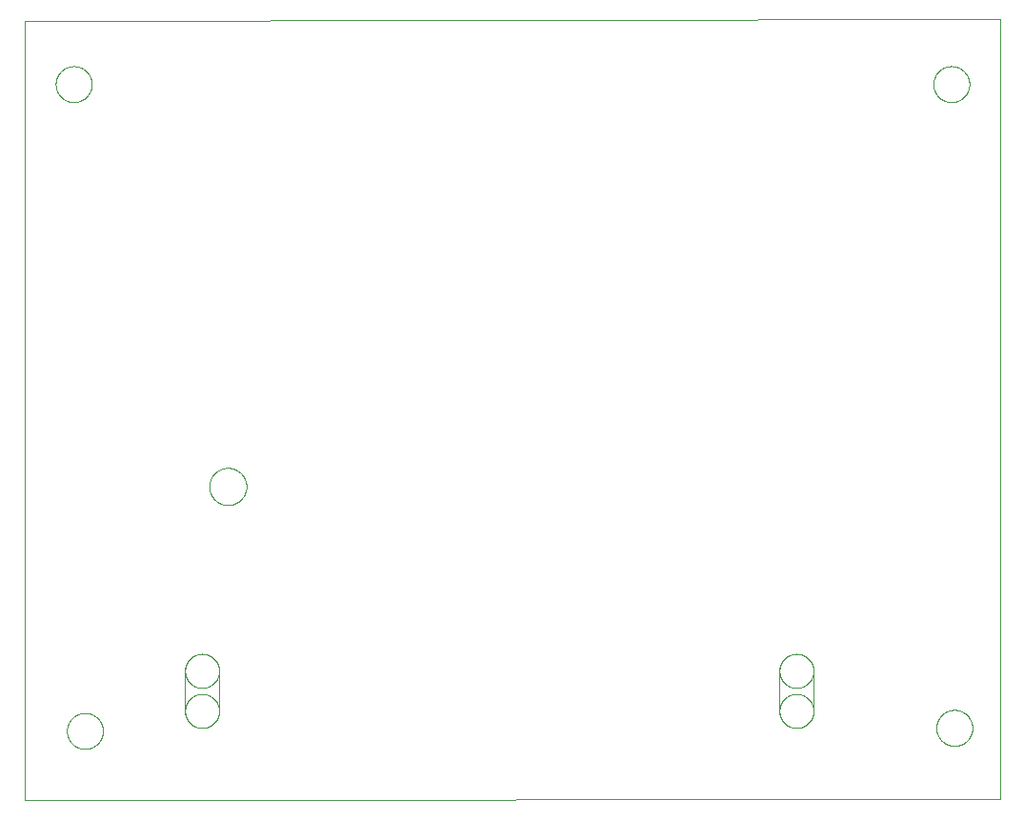
<source format=gtp>
G75*
%MOIN*%
%OFA0B0*%
%FSLAX25Y25*%
%IPPOS*%
%LPD*%
%AMOC8*
5,1,8,0,0,1.08239X$1,22.5*
%
%ADD10C,0.00000*%
%ADD11C,0.00009*%
D10*
X0001000Y0001000D02*
X0001000Y0273953D01*
X0342417Y0274346D01*
X0342417Y0001394D01*
X0001000Y0001000D01*
X0015882Y0025331D02*
X0015884Y0025489D01*
X0015890Y0025647D01*
X0015900Y0025805D01*
X0015914Y0025963D01*
X0015932Y0026120D01*
X0015953Y0026277D01*
X0015979Y0026433D01*
X0016009Y0026589D01*
X0016042Y0026744D01*
X0016080Y0026897D01*
X0016121Y0027050D01*
X0016166Y0027202D01*
X0016215Y0027353D01*
X0016268Y0027502D01*
X0016324Y0027650D01*
X0016384Y0027796D01*
X0016448Y0027941D01*
X0016516Y0028084D01*
X0016587Y0028226D01*
X0016661Y0028366D01*
X0016739Y0028503D01*
X0016821Y0028639D01*
X0016905Y0028773D01*
X0016994Y0028904D01*
X0017085Y0029033D01*
X0017180Y0029160D01*
X0017277Y0029285D01*
X0017378Y0029407D01*
X0017482Y0029526D01*
X0017589Y0029643D01*
X0017699Y0029757D01*
X0017812Y0029868D01*
X0017927Y0029977D01*
X0018045Y0030082D01*
X0018166Y0030184D01*
X0018289Y0030284D01*
X0018415Y0030380D01*
X0018543Y0030473D01*
X0018673Y0030563D01*
X0018806Y0030649D01*
X0018941Y0030733D01*
X0019077Y0030812D01*
X0019216Y0030889D01*
X0019357Y0030961D01*
X0019499Y0031031D01*
X0019643Y0031096D01*
X0019789Y0031158D01*
X0019936Y0031216D01*
X0020085Y0031271D01*
X0020235Y0031322D01*
X0020386Y0031369D01*
X0020538Y0031412D01*
X0020691Y0031451D01*
X0020846Y0031487D01*
X0021001Y0031518D01*
X0021157Y0031546D01*
X0021313Y0031570D01*
X0021470Y0031590D01*
X0021628Y0031606D01*
X0021785Y0031618D01*
X0021944Y0031626D01*
X0022102Y0031630D01*
X0022260Y0031630D01*
X0022418Y0031626D01*
X0022577Y0031618D01*
X0022734Y0031606D01*
X0022892Y0031590D01*
X0023049Y0031570D01*
X0023205Y0031546D01*
X0023361Y0031518D01*
X0023516Y0031487D01*
X0023671Y0031451D01*
X0023824Y0031412D01*
X0023976Y0031369D01*
X0024127Y0031322D01*
X0024277Y0031271D01*
X0024426Y0031216D01*
X0024573Y0031158D01*
X0024719Y0031096D01*
X0024863Y0031031D01*
X0025005Y0030961D01*
X0025146Y0030889D01*
X0025285Y0030812D01*
X0025421Y0030733D01*
X0025556Y0030649D01*
X0025689Y0030563D01*
X0025819Y0030473D01*
X0025947Y0030380D01*
X0026073Y0030284D01*
X0026196Y0030184D01*
X0026317Y0030082D01*
X0026435Y0029977D01*
X0026550Y0029868D01*
X0026663Y0029757D01*
X0026773Y0029643D01*
X0026880Y0029526D01*
X0026984Y0029407D01*
X0027085Y0029285D01*
X0027182Y0029160D01*
X0027277Y0029033D01*
X0027368Y0028904D01*
X0027457Y0028773D01*
X0027541Y0028639D01*
X0027623Y0028503D01*
X0027701Y0028366D01*
X0027775Y0028226D01*
X0027846Y0028084D01*
X0027914Y0027941D01*
X0027978Y0027796D01*
X0028038Y0027650D01*
X0028094Y0027502D01*
X0028147Y0027353D01*
X0028196Y0027202D01*
X0028241Y0027050D01*
X0028282Y0026897D01*
X0028320Y0026744D01*
X0028353Y0026589D01*
X0028383Y0026433D01*
X0028409Y0026277D01*
X0028430Y0026120D01*
X0028448Y0025963D01*
X0028462Y0025805D01*
X0028472Y0025647D01*
X0028478Y0025489D01*
X0028480Y0025331D01*
X0028478Y0025173D01*
X0028472Y0025015D01*
X0028462Y0024857D01*
X0028448Y0024699D01*
X0028430Y0024542D01*
X0028409Y0024385D01*
X0028383Y0024229D01*
X0028353Y0024073D01*
X0028320Y0023918D01*
X0028282Y0023765D01*
X0028241Y0023612D01*
X0028196Y0023460D01*
X0028147Y0023309D01*
X0028094Y0023160D01*
X0028038Y0023012D01*
X0027978Y0022866D01*
X0027914Y0022721D01*
X0027846Y0022578D01*
X0027775Y0022436D01*
X0027701Y0022296D01*
X0027623Y0022159D01*
X0027541Y0022023D01*
X0027457Y0021889D01*
X0027368Y0021758D01*
X0027277Y0021629D01*
X0027182Y0021502D01*
X0027085Y0021377D01*
X0026984Y0021255D01*
X0026880Y0021136D01*
X0026773Y0021019D01*
X0026663Y0020905D01*
X0026550Y0020794D01*
X0026435Y0020685D01*
X0026317Y0020580D01*
X0026196Y0020478D01*
X0026073Y0020378D01*
X0025947Y0020282D01*
X0025819Y0020189D01*
X0025689Y0020099D01*
X0025556Y0020013D01*
X0025421Y0019929D01*
X0025285Y0019850D01*
X0025146Y0019773D01*
X0025005Y0019701D01*
X0024863Y0019631D01*
X0024719Y0019566D01*
X0024573Y0019504D01*
X0024426Y0019446D01*
X0024277Y0019391D01*
X0024127Y0019340D01*
X0023976Y0019293D01*
X0023824Y0019250D01*
X0023671Y0019211D01*
X0023516Y0019175D01*
X0023361Y0019144D01*
X0023205Y0019116D01*
X0023049Y0019092D01*
X0022892Y0019072D01*
X0022734Y0019056D01*
X0022577Y0019044D01*
X0022418Y0019036D01*
X0022260Y0019032D01*
X0022102Y0019032D01*
X0021944Y0019036D01*
X0021785Y0019044D01*
X0021628Y0019056D01*
X0021470Y0019072D01*
X0021313Y0019092D01*
X0021157Y0019116D01*
X0021001Y0019144D01*
X0020846Y0019175D01*
X0020691Y0019211D01*
X0020538Y0019250D01*
X0020386Y0019293D01*
X0020235Y0019340D01*
X0020085Y0019391D01*
X0019936Y0019446D01*
X0019789Y0019504D01*
X0019643Y0019566D01*
X0019499Y0019631D01*
X0019357Y0019701D01*
X0019216Y0019773D01*
X0019077Y0019850D01*
X0018941Y0019929D01*
X0018806Y0020013D01*
X0018673Y0020099D01*
X0018543Y0020189D01*
X0018415Y0020282D01*
X0018289Y0020378D01*
X0018166Y0020478D01*
X0018045Y0020580D01*
X0017927Y0020685D01*
X0017812Y0020794D01*
X0017699Y0020905D01*
X0017589Y0021019D01*
X0017482Y0021136D01*
X0017378Y0021255D01*
X0017277Y0021377D01*
X0017180Y0021502D01*
X0017085Y0021629D01*
X0016994Y0021758D01*
X0016905Y0021889D01*
X0016821Y0022023D01*
X0016739Y0022159D01*
X0016661Y0022296D01*
X0016587Y0022436D01*
X0016516Y0022578D01*
X0016448Y0022721D01*
X0016384Y0022866D01*
X0016324Y0023012D01*
X0016268Y0023160D01*
X0016215Y0023309D01*
X0016166Y0023460D01*
X0016121Y0023612D01*
X0016080Y0023765D01*
X0016042Y0023918D01*
X0016009Y0024073D01*
X0015979Y0024229D01*
X0015953Y0024385D01*
X0015932Y0024542D01*
X0015914Y0024699D01*
X0015900Y0024857D01*
X0015890Y0025015D01*
X0015884Y0025173D01*
X0015882Y0025331D01*
X0057231Y0032331D02*
X0057233Y0032485D01*
X0057239Y0032639D01*
X0057249Y0032792D01*
X0057263Y0032945D01*
X0057281Y0033098D01*
X0057302Y0033250D01*
X0057328Y0033402D01*
X0057358Y0033553D01*
X0057391Y0033703D01*
X0057429Y0033852D01*
X0057470Y0034001D01*
X0057515Y0034148D01*
X0057564Y0034294D01*
X0057617Y0034438D01*
X0057673Y0034581D01*
X0057733Y0034723D01*
X0057797Y0034863D01*
X0057864Y0035001D01*
X0057935Y0035138D01*
X0058009Y0035273D01*
X0058087Y0035405D01*
X0058168Y0035536D01*
X0058253Y0035665D01*
X0058340Y0035791D01*
X0058431Y0035915D01*
X0058526Y0036036D01*
X0058623Y0036156D01*
X0058723Y0036272D01*
X0058827Y0036386D01*
X0058933Y0036497D01*
X0059042Y0036606D01*
X0059154Y0036711D01*
X0059269Y0036814D01*
X0059386Y0036914D01*
X0059506Y0037010D01*
X0059628Y0037104D01*
X0059752Y0037194D01*
X0059879Y0037281D01*
X0060008Y0037365D01*
X0060140Y0037445D01*
X0060273Y0037522D01*
X0060408Y0037595D01*
X0060545Y0037665D01*
X0060684Y0037732D01*
X0060824Y0037794D01*
X0060966Y0037853D01*
X0061110Y0037909D01*
X0061255Y0037961D01*
X0061401Y0038008D01*
X0061548Y0038053D01*
X0061697Y0038093D01*
X0061846Y0038129D01*
X0061997Y0038162D01*
X0062148Y0038191D01*
X0062300Y0038215D01*
X0062452Y0038236D01*
X0062605Y0038253D01*
X0062758Y0038266D01*
X0062912Y0038275D01*
X0063066Y0038280D01*
X0063219Y0038281D01*
X0063373Y0038278D01*
X0063527Y0038271D01*
X0063680Y0038260D01*
X0063834Y0038245D01*
X0063986Y0038226D01*
X0064138Y0038203D01*
X0064290Y0038177D01*
X0064441Y0038146D01*
X0064591Y0038112D01*
X0064740Y0038073D01*
X0064887Y0038031D01*
X0065034Y0037985D01*
X0065180Y0037935D01*
X0065324Y0037882D01*
X0065467Y0037824D01*
X0065608Y0037763D01*
X0065748Y0037699D01*
X0065886Y0037631D01*
X0066022Y0037559D01*
X0066156Y0037484D01*
X0066288Y0037405D01*
X0066418Y0037323D01*
X0066546Y0037238D01*
X0066672Y0037149D01*
X0066795Y0037057D01*
X0066916Y0036962D01*
X0067035Y0036864D01*
X0067151Y0036763D01*
X0067264Y0036659D01*
X0067375Y0036552D01*
X0067482Y0036442D01*
X0067587Y0036329D01*
X0067689Y0036214D01*
X0067788Y0036096D01*
X0067884Y0035976D01*
X0067977Y0035853D01*
X0068066Y0035728D01*
X0068152Y0035601D01*
X0068235Y0035471D01*
X0068315Y0035339D01*
X0068391Y0035206D01*
X0068463Y0035070D01*
X0068532Y0034932D01*
X0068598Y0034793D01*
X0068660Y0034652D01*
X0068718Y0034510D01*
X0068772Y0034366D01*
X0068823Y0034221D01*
X0068870Y0034074D01*
X0068913Y0033927D01*
X0068952Y0033778D01*
X0068988Y0033628D01*
X0069019Y0033478D01*
X0069047Y0033326D01*
X0069071Y0033174D01*
X0069091Y0033022D01*
X0069107Y0032869D01*
X0069119Y0032715D01*
X0069127Y0032562D01*
X0069131Y0032408D01*
X0069131Y0032254D01*
X0069127Y0032100D01*
X0069119Y0031947D01*
X0069107Y0031793D01*
X0069091Y0031640D01*
X0069071Y0031488D01*
X0069047Y0031336D01*
X0069019Y0031184D01*
X0068988Y0031034D01*
X0068952Y0030884D01*
X0068913Y0030735D01*
X0068870Y0030588D01*
X0068823Y0030441D01*
X0068772Y0030296D01*
X0068718Y0030152D01*
X0068660Y0030010D01*
X0068598Y0029869D01*
X0068532Y0029730D01*
X0068463Y0029592D01*
X0068391Y0029456D01*
X0068315Y0029323D01*
X0068235Y0029191D01*
X0068152Y0029061D01*
X0068066Y0028934D01*
X0067977Y0028809D01*
X0067884Y0028686D01*
X0067788Y0028566D01*
X0067689Y0028448D01*
X0067587Y0028333D01*
X0067482Y0028220D01*
X0067375Y0028110D01*
X0067264Y0028003D01*
X0067151Y0027899D01*
X0067035Y0027798D01*
X0066916Y0027700D01*
X0066795Y0027605D01*
X0066672Y0027513D01*
X0066546Y0027424D01*
X0066418Y0027339D01*
X0066288Y0027257D01*
X0066156Y0027178D01*
X0066022Y0027103D01*
X0065886Y0027031D01*
X0065748Y0026963D01*
X0065608Y0026899D01*
X0065467Y0026838D01*
X0065324Y0026780D01*
X0065180Y0026727D01*
X0065034Y0026677D01*
X0064887Y0026631D01*
X0064740Y0026589D01*
X0064591Y0026550D01*
X0064441Y0026516D01*
X0064290Y0026485D01*
X0064138Y0026459D01*
X0063986Y0026436D01*
X0063834Y0026417D01*
X0063680Y0026402D01*
X0063527Y0026391D01*
X0063373Y0026384D01*
X0063219Y0026381D01*
X0063066Y0026382D01*
X0062912Y0026387D01*
X0062758Y0026396D01*
X0062605Y0026409D01*
X0062452Y0026426D01*
X0062300Y0026447D01*
X0062148Y0026471D01*
X0061997Y0026500D01*
X0061846Y0026533D01*
X0061697Y0026569D01*
X0061548Y0026609D01*
X0061401Y0026654D01*
X0061255Y0026701D01*
X0061110Y0026753D01*
X0060966Y0026809D01*
X0060824Y0026868D01*
X0060684Y0026930D01*
X0060545Y0026997D01*
X0060408Y0027067D01*
X0060273Y0027140D01*
X0060140Y0027217D01*
X0060008Y0027297D01*
X0059879Y0027381D01*
X0059752Y0027468D01*
X0059628Y0027558D01*
X0059506Y0027652D01*
X0059386Y0027748D01*
X0059269Y0027848D01*
X0059154Y0027951D01*
X0059042Y0028056D01*
X0058933Y0028165D01*
X0058827Y0028276D01*
X0058723Y0028390D01*
X0058623Y0028506D01*
X0058526Y0028626D01*
X0058431Y0028747D01*
X0058340Y0028871D01*
X0058253Y0028997D01*
X0058168Y0029126D01*
X0058087Y0029257D01*
X0058009Y0029389D01*
X0057935Y0029524D01*
X0057864Y0029661D01*
X0057797Y0029799D01*
X0057733Y0029939D01*
X0057673Y0030081D01*
X0057617Y0030224D01*
X0057564Y0030368D01*
X0057515Y0030514D01*
X0057470Y0030661D01*
X0057429Y0030810D01*
X0057391Y0030959D01*
X0057358Y0031109D01*
X0057328Y0031260D01*
X0057302Y0031412D01*
X0057281Y0031564D01*
X0057263Y0031717D01*
X0057249Y0031870D01*
X0057239Y0032023D01*
X0057233Y0032177D01*
X0057231Y0032331D01*
X0057181Y0032331D02*
X0057183Y0032178D01*
X0057189Y0032025D01*
X0057199Y0031872D01*
X0057212Y0031719D01*
X0057230Y0031567D01*
X0057251Y0031415D01*
X0057277Y0031264D01*
X0057306Y0031114D01*
X0057339Y0030964D01*
X0057376Y0030815D01*
X0057416Y0030667D01*
X0057461Y0030521D01*
X0057509Y0030375D01*
X0057561Y0030231D01*
X0057616Y0030088D01*
X0057675Y0029947D01*
X0057738Y0029807D01*
X0057804Y0029669D01*
X0057874Y0029532D01*
X0057947Y0029398D01*
X0058024Y0029265D01*
X0058104Y0029134D01*
X0058187Y0029006D01*
X0058273Y0028879D01*
X0058363Y0028755D01*
X0058456Y0028633D01*
X0058552Y0028514D01*
X0058651Y0028397D01*
X0058753Y0028282D01*
X0058858Y0028170D01*
X0058966Y0028061D01*
X0059076Y0027955D01*
X0059189Y0027852D01*
X0059305Y0027751D01*
X0059423Y0027654D01*
X0059544Y0027559D01*
X0059667Y0027468D01*
X0059792Y0027380D01*
X0059920Y0027295D01*
X0060049Y0027213D01*
X0060181Y0027135D01*
X0060315Y0027060D01*
X0060450Y0026988D01*
X0060588Y0026920D01*
X0060727Y0026856D01*
X0060867Y0026795D01*
X0061009Y0026738D01*
X0061153Y0026684D01*
X0061298Y0026634D01*
X0061444Y0026588D01*
X0061591Y0026545D01*
X0061739Y0026507D01*
X0061889Y0026472D01*
X0062039Y0026441D01*
X0062189Y0026413D01*
X0062341Y0026390D01*
X0062493Y0026371D01*
X0062645Y0026355D01*
X0062798Y0026343D01*
X0062951Y0026335D01*
X0063104Y0026331D01*
X0063258Y0026331D01*
X0063411Y0026335D01*
X0063564Y0026343D01*
X0063717Y0026355D01*
X0063869Y0026371D01*
X0064021Y0026390D01*
X0064173Y0026413D01*
X0064323Y0026441D01*
X0064473Y0026472D01*
X0064623Y0026507D01*
X0064771Y0026545D01*
X0064918Y0026588D01*
X0065064Y0026634D01*
X0065209Y0026684D01*
X0065353Y0026738D01*
X0065495Y0026795D01*
X0065635Y0026856D01*
X0065774Y0026920D01*
X0065912Y0026988D01*
X0066047Y0027060D01*
X0066181Y0027135D01*
X0066313Y0027213D01*
X0066442Y0027295D01*
X0066570Y0027380D01*
X0066695Y0027468D01*
X0066818Y0027559D01*
X0066939Y0027654D01*
X0067057Y0027751D01*
X0067173Y0027852D01*
X0067286Y0027955D01*
X0067396Y0028061D01*
X0067504Y0028170D01*
X0067609Y0028282D01*
X0067711Y0028397D01*
X0067810Y0028514D01*
X0067906Y0028633D01*
X0067999Y0028755D01*
X0068089Y0028879D01*
X0068175Y0029006D01*
X0068258Y0029134D01*
X0068338Y0029265D01*
X0068415Y0029398D01*
X0068488Y0029532D01*
X0068558Y0029669D01*
X0068624Y0029807D01*
X0068687Y0029947D01*
X0068746Y0030088D01*
X0068801Y0030231D01*
X0068853Y0030375D01*
X0068901Y0030521D01*
X0068946Y0030667D01*
X0068986Y0030815D01*
X0069023Y0030964D01*
X0069056Y0031114D01*
X0069085Y0031264D01*
X0069111Y0031415D01*
X0069132Y0031567D01*
X0069150Y0031719D01*
X0069163Y0031872D01*
X0069173Y0032025D01*
X0069179Y0032178D01*
X0069181Y0032331D01*
X0057231Y0046331D02*
X0057233Y0046485D01*
X0057239Y0046639D01*
X0057249Y0046792D01*
X0057263Y0046945D01*
X0057281Y0047098D01*
X0057302Y0047250D01*
X0057328Y0047402D01*
X0057358Y0047553D01*
X0057391Y0047703D01*
X0057429Y0047852D01*
X0057470Y0048001D01*
X0057515Y0048148D01*
X0057564Y0048294D01*
X0057617Y0048438D01*
X0057673Y0048581D01*
X0057733Y0048723D01*
X0057797Y0048863D01*
X0057864Y0049001D01*
X0057935Y0049138D01*
X0058009Y0049273D01*
X0058087Y0049405D01*
X0058168Y0049536D01*
X0058253Y0049665D01*
X0058340Y0049791D01*
X0058431Y0049915D01*
X0058526Y0050036D01*
X0058623Y0050156D01*
X0058723Y0050272D01*
X0058827Y0050386D01*
X0058933Y0050497D01*
X0059042Y0050606D01*
X0059154Y0050711D01*
X0059269Y0050814D01*
X0059386Y0050914D01*
X0059506Y0051010D01*
X0059628Y0051104D01*
X0059752Y0051194D01*
X0059879Y0051281D01*
X0060008Y0051365D01*
X0060140Y0051445D01*
X0060273Y0051522D01*
X0060408Y0051595D01*
X0060545Y0051665D01*
X0060684Y0051732D01*
X0060824Y0051794D01*
X0060966Y0051853D01*
X0061110Y0051909D01*
X0061255Y0051961D01*
X0061401Y0052008D01*
X0061548Y0052053D01*
X0061697Y0052093D01*
X0061846Y0052129D01*
X0061997Y0052162D01*
X0062148Y0052191D01*
X0062300Y0052215D01*
X0062452Y0052236D01*
X0062605Y0052253D01*
X0062758Y0052266D01*
X0062912Y0052275D01*
X0063066Y0052280D01*
X0063219Y0052281D01*
X0063373Y0052278D01*
X0063527Y0052271D01*
X0063680Y0052260D01*
X0063834Y0052245D01*
X0063986Y0052226D01*
X0064138Y0052203D01*
X0064290Y0052177D01*
X0064441Y0052146D01*
X0064591Y0052112D01*
X0064740Y0052073D01*
X0064887Y0052031D01*
X0065034Y0051985D01*
X0065180Y0051935D01*
X0065324Y0051882D01*
X0065467Y0051824D01*
X0065608Y0051763D01*
X0065748Y0051699D01*
X0065886Y0051631D01*
X0066022Y0051559D01*
X0066156Y0051484D01*
X0066288Y0051405D01*
X0066418Y0051323D01*
X0066546Y0051238D01*
X0066672Y0051149D01*
X0066795Y0051057D01*
X0066916Y0050962D01*
X0067035Y0050864D01*
X0067151Y0050763D01*
X0067264Y0050659D01*
X0067375Y0050552D01*
X0067482Y0050442D01*
X0067587Y0050329D01*
X0067689Y0050214D01*
X0067788Y0050096D01*
X0067884Y0049976D01*
X0067977Y0049853D01*
X0068066Y0049728D01*
X0068152Y0049601D01*
X0068235Y0049471D01*
X0068315Y0049339D01*
X0068391Y0049206D01*
X0068463Y0049070D01*
X0068532Y0048932D01*
X0068598Y0048793D01*
X0068660Y0048652D01*
X0068718Y0048510D01*
X0068772Y0048366D01*
X0068823Y0048221D01*
X0068870Y0048074D01*
X0068913Y0047927D01*
X0068952Y0047778D01*
X0068988Y0047628D01*
X0069019Y0047478D01*
X0069047Y0047326D01*
X0069071Y0047174D01*
X0069091Y0047022D01*
X0069107Y0046869D01*
X0069119Y0046715D01*
X0069127Y0046562D01*
X0069131Y0046408D01*
X0069131Y0046254D01*
X0069127Y0046100D01*
X0069119Y0045947D01*
X0069107Y0045793D01*
X0069091Y0045640D01*
X0069071Y0045488D01*
X0069047Y0045336D01*
X0069019Y0045184D01*
X0068988Y0045034D01*
X0068952Y0044884D01*
X0068913Y0044735D01*
X0068870Y0044588D01*
X0068823Y0044441D01*
X0068772Y0044296D01*
X0068718Y0044152D01*
X0068660Y0044010D01*
X0068598Y0043869D01*
X0068532Y0043730D01*
X0068463Y0043592D01*
X0068391Y0043456D01*
X0068315Y0043323D01*
X0068235Y0043191D01*
X0068152Y0043061D01*
X0068066Y0042934D01*
X0067977Y0042809D01*
X0067884Y0042686D01*
X0067788Y0042566D01*
X0067689Y0042448D01*
X0067587Y0042333D01*
X0067482Y0042220D01*
X0067375Y0042110D01*
X0067264Y0042003D01*
X0067151Y0041899D01*
X0067035Y0041798D01*
X0066916Y0041700D01*
X0066795Y0041605D01*
X0066672Y0041513D01*
X0066546Y0041424D01*
X0066418Y0041339D01*
X0066288Y0041257D01*
X0066156Y0041178D01*
X0066022Y0041103D01*
X0065886Y0041031D01*
X0065748Y0040963D01*
X0065608Y0040899D01*
X0065467Y0040838D01*
X0065324Y0040780D01*
X0065180Y0040727D01*
X0065034Y0040677D01*
X0064887Y0040631D01*
X0064740Y0040589D01*
X0064591Y0040550D01*
X0064441Y0040516D01*
X0064290Y0040485D01*
X0064138Y0040459D01*
X0063986Y0040436D01*
X0063834Y0040417D01*
X0063680Y0040402D01*
X0063527Y0040391D01*
X0063373Y0040384D01*
X0063219Y0040381D01*
X0063066Y0040382D01*
X0062912Y0040387D01*
X0062758Y0040396D01*
X0062605Y0040409D01*
X0062452Y0040426D01*
X0062300Y0040447D01*
X0062148Y0040471D01*
X0061997Y0040500D01*
X0061846Y0040533D01*
X0061697Y0040569D01*
X0061548Y0040609D01*
X0061401Y0040654D01*
X0061255Y0040701D01*
X0061110Y0040753D01*
X0060966Y0040809D01*
X0060824Y0040868D01*
X0060684Y0040930D01*
X0060545Y0040997D01*
X0060408Y0041067D01*
X0060273Y0041140D01*
X0060140Y0041217D01*
X0060008Y0041297D01*
X0059879Y0041381D01*
X0059752Y0041468D01*
X0059628Y0041558D01*
X0059506Y0041652D01*
X0059386Y0041748D01*
X0059269Y0041848D01*
X0059154Y0041951D01*
X0059042Y0042056D01*
X0058933Y0042165D01*
X0058827Y0042276D01*
X0058723Y0042390D01*
X0058623Y0042506D01*
X0058526Y0042626D01*
X0058431Y0042747D01*
X0058340Y0042871D01*
X0058253Y0042997D01*
X0058168Y0043126D01*
X0058087Y0043257D01*
X0058009Y0043389D01*
X0057935Y0043524D01*
X0057864Y0043661D01*
X0057797Y0043799D01*
X0057733Y0043939D01*
X0057673Y0044081D01*
X0057617Y0044224D01*
X0057564Y0044368D01*
X0057515Y0044514D01*
X0057470Y0044661D01*
X0057429Y0044810D01*
X0057391Y0044959D01*
X0057358Y0045109D01*
X0057328Y0045260D01*
X0057302Y0045412D01*
X0057281Y0045564D01*
X0057263Y0045717D01*
X0057249Y0045870D01*
X0057239Y0046023D01*
X0057233Y0046177D01*
X0057231Y0046331D01*
X0057181Y0046331D02*
X0057183Y0046484D01*
X0057189Y0046637D01*
X0057199Y0046790D01*
X0057212Y0046943D01*
X0057230Y0047095D01*
X0057251Y0047247D01*
X0057277Y0047398D01*
X0057306Y0047548D01*
X0057339Y0047698D01*
X0057376Y0047847D01*
X0057416Y0047995D01*
X0057461Y0048141D01*
X0057509Y0048287D01*
X0057561Y0048431D01*
X0057616Y0048574D01*
X0057675Y0048715D01*
X0057738Y0048855D01*
X0057804Y0048993D01*
X0057874Y0049130D01*
X0057947Y0049264D01*
X0058024Y0049397D01*
X0058104Y0049528D01*
X0058187Y0049656D01*
X0058273Y0049783D01*
X0058363Y0049907D01*
X0058456Y0050029D01*
X0058552Y0050148D01*
X0058651Y0050265D01*
X0058753Y0050380D01*
X0058858Y0050492D01*
X0058966Y0050601D01*
X0059076Y0050707D01*
X0059189Y0050810D01*
X0059305Y0050911D01*
X0059423Y0051008D01*
X0059544Y0051103D01*
X0059667Y0051194D01*
X0059792Y0051282D01*
X0059920Y0051367D01*
X0060049Y0051449D01*
X0060181Y0051527D01*
X0060315Y0051602D01*
X0060450Y0051674D01*
X0060588Y0051742D01*
X0060727Y0051806D01*
X0060867Y0051867D01*
X0061009Y0051924D01*
X0061153Y0051978D01*
X0061298Y0052028D01*
X0061444Y0052074D01*
X0061591Y0052117D01*
X0061739Y0052155D01*
X0061889Y0052190D01*
X0062039Y0052221D01*
X0062189Y0052249D01*
X0062341Y0052272D01*
X0062493Y0052291D01*
X0062645Y0052307D01*
X0062798Y0052319D01*
X0062951Y0052327D01*
X0063104Y0052331D01*
X0063258Y0052331D01*
X0063411Y0052327D01*
X0063564Y0052319D01*
X0063717Y0052307D01*
X0063869Y0052291D01*
X0064021Y0052272D01*
X0064173Y0052249D01*
X0064323Y0052221D01*
X0064473Y0052190D01*
X0064623Y0052155D01*
X0064771Y0052117D01*
X0064918Y0052074D01*
X0065064Y0052028D01*
X0065209Y0051978D01*
X0065353Y0051924D01*
X0065495Y0051867D01*
X0065635Y0051806D01*
X0065774Y0051742D01*
X0065912Y0051674D01*
X0066047Y0051602D01*
X0066181Y0051527D01*
X0066313Y0051449D01*
X0066442Y0051367D01*
X0066570Y0051282D01*
X0066695Y0051194D01*
X0066818Y0051103D01*
X0066939Y0051008D01*
X0067057Y0050911D01*
X0067173Y0050810D01*
X0067286Y0050707D01*
X0067396Y0050601D01*
X0067504Y0050492D01*
X0067609Y0050380D01*
X0067711Y0050265D01*
X0067810Y0050148D01*
X0067906Y0050029D01*
X0067999Y0049907D01*
X0068089Y0049783D01*
X0068175Y0049656D01*
X0068258Y0049528D01*
X0068338Y0049397D01*
X0068415Y0049264D01*
X0068488Y0049130D01*
X0068558Y0048993D01*
X0068624Y0048855D01*
X0068687Y0048715D01*
X0068746Y0048574D01*
X0068801Y0048431D01*
X0068853Y0048287D01*
X0068901Y0048141D01*
X0068946Y0047995D01*
X0068986Y0047847D01*
X0069023Y0047698D01*
X0069056Y0047548D01*
X0069085Y0047398D01*
X0069111Y0047247D01*
X0069132Y0047095D01*
X0069150Y0046943D01*
X0069163Y0046790D01*
X0069173Y0046637D01*
X0069179Y0046484D01*
X0069181Y0046331D01*
X0065681Y0110898D02*
X0065683Y0111059D01*
X0065689Y0111219D01*
X0065699Y0111380D01*
X0065713Y0111540D01*
X0065731Y0111700D01*
X0065752Y0111859D01*
X0065778Y0112018D01*
X0065808Y0112176D01*
X0065841Y0112333D01*
X0065879Y0112490D01*
X0065920Y0112645D01*
X0065965Y0112799D01*
X0066014Y0112952D01*
X0066067Y0113104D01*
X0066123Y0113255D01*
X0066184Y0113404D01*
X0066247Y0113552D01*
X0066315Y0113698D01*
X0066386Y0113842D01*
X0066460Y0113984D01*
X0066538Y0114125D01*
X0066620Y0114263D01*
X0066705Y0114400D01*
X0066793Y0114534D01*
X0066885Y0114666D01*
X0066980Y0114796D01*
X0067078Y0114924D01*
X0067179Y0115049D01*
X0067283Y0115171D01*
X0067390Y0115291D01*
X0067500Y0115408D01*
X0067613Y0115523D01*
X0067729Y0115634D01*
X0067848Y0115743D01*
X0067969Y0115848D01*
X0068093Y0115951D01*
X0068219Y0116051D01*
X0068347Y0116147D01*
X0068478Y0116240D01*
X0068612Y0116330D01*
X0068747Y0116417D01*
X0068885Y0116500D01*
X0069024Y0116580D01*
X0069166Y0116656D01*
X0069309Y0116729D01*
X0069454Y0116798D01*
X0069601Y0116864D01*
X0069749Y0116926D01*
X0069899Y0116984D01*
X0070050Y0117039D01*
X0070203Y0117090D01*
X0070357Y0117137D01*
X0070512Y0117180D01*
X0070668Y0117219D01*
X0070824Y0117255D01*
X0070982Y0117286D01*
X0071140Y0117314D01*
X0071299Y0117338D01*
X0071459Y0117358D01*
X0071619Y0117374D01*
X0071779Y0117386D01*
X0071940Y0117394D01*
X0072101Y0117398D01*
X0072261Y0117398D01*
X0072422Y0117394D01*
X0072583Y0117386D01*
X0072743Y0117374D01*
X0072903Y0117358D01*
X0073063Y0117338D01*
X0073222Y0117314D01*
X0073380Y0117286D01*
X0073538Y0117255D01*
X0073694Y0117219D01*
X0073850Y0117180D01*
X0074005Y0117137D01*
X0074159Y0117090D01*
X0074312Y0117039D01*
X0074463Y0116984D01*
X0074613Y0116926D01*
X0074761Y0116864D01*
X0074908Y0116798D01*
X0075053Y0116729D01*
X0075196Y0116656D01*
X0075338Y0116580D01*
X0075477Y0116500D01*
X0075615Y0116417D01*
X0075750Y0116330D01*
X0075884Y0116240D01*
X0076015Y0116147D01*
X0076143Y0116051D01*
X0076269Y0115951D01*
X0076393Y0115848D01*
X0076514Y0115743D01*
X0076633Y0115634D01*
X0076749Y0115523D01*
X0076862Y0115408D01*
X0076972Y0115291D01*
X0077079Y0115171D01*
X0077183Y0115049D01*
X0077284Y0114924D01*
X0077382Y0114796D01*
X0077477Y0114666D01*
X0077569Y0114534D01*
X0077657Y0114400D01*
X0077742Y0114263D01*
X0077824Y0114125D01*
X0077902Y0113984D01*
X0077976Y0113842D01*
X0078047Y0113698D01*
X0078115Y0113552D01*
X0078178Y0113404D01*
X0078239Y0113255D01*
X0078295Y0113104D01*
X0078348Y0112952D01*
X0078397Y0112799D01*
X0078442Y0112645D01*
X0078483Y0112490D01*
X0078521Y0112333D01*
X0078554Y0112176D01*
X0078584Y0112018D01*
X0078610Y0111859D01*
X0078631Y0111700D01*
X0078649Y0111540D01*
X0078663Y0111380D01*
X0078673Y0111219D01*
X0078679Y0111059D01*
X0078681Y0110898D01*
X0078679Y0110737D01*
X0078673Y0110577D01*
X0078663Y0110416D01*
X0078649Y0110256D01*
X0078631Y0110096D01*
X0078610Y0109937D01*
X0078584Y0109778D01*
X0078554Y0109620D01*
X0078521Y0109463D01*
X0078483Y0109306D01*
X0078442Y0109151D01*
X0078397Y0108997D01*
X0078348Y0108844D01*
X0078295Y0108692D01*
X0078239Y0108541D01*
X0078178Y0108392D01*
X0078115Y0108244D01*
X0078047Y0108098D01*
X0077976Y0107954D01*
X0077902Y0107812D01*
X0077824Y0107671D01*
X0077742Y0107533D01*
X0077657Y0107396D01*
X0077569Y0107262D01*
X0077477Y0107130D01*
X0077382Y0107000D01*
X0077284Y0106872D01*
X0077183Y0106747D01*
X0077079Y0106625D01*
X0076972Y0106505D01*
X0076862Y0106388D01*
X0076749Y0106273D01*
X0076633Y0106162D01*
X0076514Y0106053D01*
X0076393Y0105948D01*
X0076269Y0105845D01*
X0076143Y0105745D01*
X0076015Y0105649D01*
X0075884Y0105556D01*
X0075750Y0105466D01*
X0075615Y0105379D01*
X0075477Y0105296D01*
X0075338Y0105216D01*
X0075196Y0105140D01*
X0075053Y0105067D01*
X0074908Y0104998D01*
X0074761Y0104932D01*
X0074613Y0104870D01*
X0074463Y0104812D01*
X0074312Y0104757D01*
X0074159Y0104706D01*
X0074005Y0104659D01*
X0073850Y0104616D01*
X0073694Y0104577D01*
X0073538Y0104541D01*
X0073380Y0104510D01*
X0073222Y0104482D01*
X0073063Y0104458D01*
X0072903Y0104438D01*
X0072743Y0104422D01*
X0072583Y0104410D01*
X0072422Y0104402D01*
X0072261Y0104398D01*
X0072101Y0104398D01*
X0071940Y0104402D01*
X0071779Y0104410D01*
X0071619Y0104422D01*
X0071459Y0104438D01*
X0071299Y0104458D01*
X0071140Y0104482D01*
X0070982Y0104510D01*
X0070824Y0104541D01*
X0070668Y0104577D01*
X0070512Y0104616D01*
X0070357Y0104659D01*
X0070203Y0104706D01*
X0070050Y0104757D01*
X0069899Y0104812D01*
X0069749Y0104870D01*
X0069601Y0104932D01*
X0069454Y0104998D01*
X0069309Y0105067D01*
X0069166Y0105140D01*
X0069024Y0105216D01*
X0068885Y0105296D01*
X0068747Y0105379D01*
X0068612Y0105466D01*
X0068478Y0105556D01*
X0068347Y0105649D01*
X0068219Y0105745D01*
X0068093Y0105845D01*
X0067969Y0105948D01*
X0067848Y0106053D01*
X0067729Y0106162D01*
X0067613Y0106273D01*
X0067500Y0106388D01*
X0067390Y0106505D01*
X0067283Y0106625D01*
X0067179Y0106747D01*
X0067078Y0106872D01*
X0066980Y0107000D01*
X0066885Y0107130D01*
X0066793Y0107262D01*
X0066705Y0107396D01*
X0066620Y0107533D01*
X0066538Y0107671D01*
X0066460Y0107812D01*
X0066386Y0107954D01*
X0066315Y0108098D01*
X0066247Y0108244D01*
X0066184Y0108392D01*
X0066123Y0108541D01*
X0066067Y0108692D01*
X0066014Y0108844D01*
X0065965Y0108997D01*
X0065920Y0109151D01*
X0065879Y0109306D01*
X0065841Y0109463D01*
X0065808Y0109620D01*
X0065778Y0109778D01*
X0065752Y0109937D01*
X0065731Y0110096D01*
X0065713Y0110256D01*
X0065699Y0110416D01*
X0065689Y0110577D01*
X0065683Y0110737D01*
X0065681Y0110898D01*
X0011945Y0251709D02*
X0011947Y0251867D01*
X0011953Y0252025D01*
X0011963Y0252183D01*
X0011977Y0252341D01*
X0011995Y0252498D01*
X0012016Y0252655D01*
X0012042Y0252811D01*
X0012072Y0252967D01*
X0012105Y0253122D01*
X0012143Y0253275D01*
X0012184Y0253428D01*
X0012229Y0253580D01*
X0012278Y0253731D01*
X0012331Y0253880D01*
X0012387Y0254028D01*
X0012447Y0254174D01*
X0012511Y0254319D01*
X0012579Y0254462D01*
X0012650Y0254604D01*
X0012724Y0254744D01*
X0012802Y0254881D01*
X0012884Y0255017D01*
X0012968Y0255151D01*
X0013057Y0255282D01*
X0013148Y0255411D01*
X0013243Y0255538D01*
X0013340Y0255663D01*
X0013441Y0255785D01*
X0013545Y0255904D01*
X0013652Y0256021D01*
X0013762Y0256135D01*
X0013875Y0256246D01*
X0013990Y0256355D01*
X0014108Y0256460D01*
X0014229Y0256562D01*
X0014352Y0256662D01*
X0014478Y0256758D01*
X0014606Y0256851D01*
X0014736Y0256941D01*
X0014869Y0257027D01*
X0015004Y0257111D01*
X0015140Y0257190D01*
X0015279Y0257267D01*
X0015420Y0257339D01*
X0015562Y0257409D01*
X0015706Y0257474D01*
X0015852Y0257536D01*
X0015999Y0257594D01*
X0016148Y0257649D01*
X0016298Y0257700D01*
X0016449Y0257747D01*
X0016601Y0257790D01*
X0016754Y0257829D01*
X0016909Y0257865D01*
X0017064Y0257896D01*
X0017220Y0257924D01*
X0017376Y0257948D01*
X0017533Y0257968D01*
X0017691Y0257984D01*
X0017848Y0257996D01*
X0018007Y0258004D01*
X0018165Y0258008D01*
X0018323Y0258008D01*
X0018481Y0258004D01*
X0018640Y0257996D01*
X0018797Y0257984D01*
X0018955Y0257968D01*
X0019112Y0257948D01*
X0019268Y0257924D01*
X0019424Y0257896D01*
X0019579Y0257865D01*
X0019734Y0257829D01*
X0019887Y0257790D01*
X0020039Y0257747D01*
X0020190Y0257700D01*
X0020340Y0257649D01*
X0020489Y0257594D01*
X0020636Y0257536D01*
X0020782Y0257474D01*
X0020926Y0257409D01*
X0021068Y0257339D01*
X0021209Y0257267D01*
X0021348Y0257190D01*
X0021484Y0257111D01*
X0021619Y0257027D01*
X0021752Y0256941D01*
X0021882Y0256851D01*
X0022010Y0256758D01*
X0022136Y0256662D01*
X0022259Y0256562D01*
X0022380Y0256460D01*
X0022498Y0256355D01*
X0022613Y0256246D01*
X0022726Y0256135D01*
X0022836Y0256021D01*
X0022943Y0255904D01*
X0023047Y0255785D01*
X0023148Y0255663D01*
X0023245Y0255538D01*
X0023340Y0255411D01*
X0023431Y0255282D01*
X0023520Y0255151D01*
X0023604Y0255017D01*
X0023686Y0254881D01*
X0023764Y0254744D01*
X0023838Y0254604D01*
X0023909Y0254462D01*
X0023977Y0254319D01*
X0024041Y0254174D01*
X0024101Y0254028D01*
X0024157Y0253880D01*
X0024210Y0253731D01*
X0024259Y0253580D01*
X0024304Y0253428D01*
X0024345Y0253275D01*
X0024383Y0253122D01*
X0024416Y0252967D01*
X0024446Y0252811D01*
X0024472Y0252655D01*
X0024493Y0252498D01*
X0024511Y0252341D01*
X0024525Y0252183D01*
X0024535Y0252025D01*
X0024541Y0251867D01*
X0024543Y0251709D01*
X0024541Y0251551D01*
X0024535Y0251393D01*
X0024525Y0251235D01*
X0024511Y0251077D01*
X0024493Y0250920D01*
X0024472Y0250763D01*
X0024446Y0250607D01*
X0024416Y0250451D01*
X0024383Y0250296D01*
X0024345Y0250143D01*
X0024304Y0249990D01*
X0024259Y0249838D01*
X0024210Y0249687D01*
X0024157Y0249538D01*
X0024101Y0249390D01*
X0024041Y0249244D01*
X0023977Y0249099D01*
X0023909Y0248956D01*
X0023838Y0248814D01*
X0023764Y0248674D01*
X0023686Y0248537D01*
X0023604Y0248401D01*
X0023520Y0248267D01*
X0023431Y0248136D01*
X0023340Y0248007D01*
X0023245Y0247880D01*
X0023148Y0247755D01*
X0023047Y0247633D01*
X0022943Y0247514D01*
X0022836Y0247397D01*
X0022726Y0247283D01*
X0022613Y0247172D01*
X0022498Y0247063D01*
X0022380Y0246958D01*
X0022259Y0246856D01*
X0022136Y0246756D01*
X0022010Y0246660D01*
X0021882Y0246567D01*
X0021752Y0246477D01*
X0021619Y0246391D01*
X0021484Y0246307D01*
X0021348Y0246228D01*
X0021209Y0246151D01*
X0021068Y0246079D01*
X0020926Y0246009D01*
X0020782Y0245944D01*
X0020636Y0245882D01*
X0020489Y0245824D01*
X0020340Y0245769D01*
X0020190Y0245718D01*
X0020039Y0245671D01*
X0019887Y0245628D01*
X0019734Y0245589D01*
X0019579Y0245553D01*
X0019424Y0245522D01*
X0019268Y0245494D01*
X0019112Y0245470D01*
X0018955Y0245450D01*
X0018797Y0245434D01*
X0018640Y0245422D01*
X0018481Y0245414D01*
X0018323Y0245410D01*
X0018165Y0245410D01*
X0018007Y0245414D01*
X0017848Y0245422D01*
X0017691Y0245434D01*
X0017533Y0245450D01*
X0017376Y0245470D01*
X0017220Y0245494D01*
X0017064Y0245522D01*
X0016909Y0245553D01*
X0016754Y0245589D01*
X0016601Y0245628D01*
X0016449Y0245671D01*
X0016298Y0245718D01*
X0016148Y0245769D01*
X0015999Y0245824D01*
X0015852Y0245882D01*
X0015706Y0245944D01*
X0015562Y0246009D01*
X0015420Y0246079D01*
X0015279Y0246151D01*
X0015140Y0246228D01*
X0015004Y0246307D01*
X0014869Y0246391D01*
X0014736Y0246477D01*
X0014606Y0246567D01*
X0014478Y0246660D01*
X0014352Y0246756D01*
X0014229Y0246856D01*
X0014108Y0246958D01*
X0013990Y0247063D01*
X0013875Y0247172D01*
X0013762Y0247283D01*
X0013652Y0247397D01*
X0013545Y0247514D01*
X0013441Y0247633D01*
X0013340Y0247755D01*
X0013243Y0247880D01*
X0013148Y0248007D01*
X0013057Y0248136D01*
X0012968Y0248267D01*
X0012884Y0248401D01*
X0012802Y0248537D01*
X0012724Y0248674D01*
X0012650Y0248814D01*
X0012579Y0248956D01*
X0012511Y0249099D01*
X0012447Y0249244D01*
X0012387Y0249390D01*
X0012331Y0249538D01*
X0012278Y0249687D01*
X0012229Y0249838D01*
X0012184Y0249990D01*
X0012143Y0250143D01*
X0012105Y0250296D01*
X0012072Y0250451D01*
X0012042Y0250607D01*
X0012016Y0250763D01*
X0011995Y0250920D01*
X0011977Y0251077D01*
X0011963Y0251235D01*
X0011953Y0251393D01*
X0011947Y0251551D01*
X0011945Y0251709D01*
X0265231Y0046331D02*
X0265233Y0046485D01*
X0265239Y0046639D01*
X0265249Y0046792D01*
X0265263Y0046945D01*
X0265281Y0047098D01*
X0265302Y0047250D01*
X0265328Y0047402D01*
X0265358Y0047553D01*
X0265391Y0047703D01*
X0265429Y0047852D01*
X0265470Y0048001D01*
X0265515Y0048148D01*
X0265564Y0048294D01*
X0265617Y0048438D01*
X0265673Y0048581D01*
X0265733Y0048723D01*
X0265797Y0048863D01*
X0265864Y0049001D01*
X0265935Y0049138D01*
X0266009Y0049273D01*
X0266087Y0049405D01*
X0266168Y0049536D01*
X0266253Y0049665D01*
X0266340Y0049791D01*
X0266431Y0049915D01*
X0266526Y0050036D01*
X0266623Y0050156D01*
X0266723Y0050272D01*
X0266827Y0050386D01*
X0266933Y0050497D01*
X0267042Y0050606D01*
X0267154Y0050711D01*
X0267269Y0050814D01*
X0267386Y0050914D01*
X0267506Y0051010D01*
X0267628Y0051104D01*
X0267752Y0051194D01*
X0267879Y0051281D01*
X0268008Y0051365D01*
X0268140Y0051445D01*
X0268273Y0051522D01*
X0268408Y0051595D01*
X0268545Y0051665D01*
X0268684Y0051732D01*
X0268824Y0051794D01*
X0268966Y0051853D01*
X0269110Y0051909D01*
X0269255Y0051961D01*
X0269401Y0052008D01*
X0269548Y0052053D01*
X0269697Y0052093D01*
X0269846Y0052129D01*
X0269997Y0052162D01*
X0270148Y0052191D01*
X0270300Y0052215D01*
X0270452Y0052236D01*
X0270605Y0052253D01*
X0270758Y0052266D01*
X0270912Y0052275D01*
X0271066Y0052280D01*
X0271219Y0052281D01*
X0271373Y0052278D01*
X0271527Y0052271D01*
X0271680Y0052260D01*
X0271834Y0052245D01*
X0271986Y0052226D01*
X0272138Y0052203D01*
X0272290Y0052177D01*
X0272441Y0052146D01*
X0272591Y0052112D01*
X0272740Y0052073D01*
X0272887Y0052031D01*
X0273034Y0051985D01*
X0273180Y0051935D01*
X0273324Y0051882D01*
X0273467Y0051824D01*
X0273608Y0051763D01*
X0273748Y0051699D01*
X0273886Y0051631D01*
X0274022Y0051559D01*
X0274156Y0051484D01*
X0274288Y0051405D01*
X0274418Y0051323D01*
X0274546Y0051238D01*
X0274672Y0051149D01*
X0274795Y0051057D01*
X0274916Y0050962D01*
X0275035Y0050864D01*
X0275151Y0050763D01*
X0275264Y0050659D01*
X0275375Y0050552D01*
X0275482Y0050442D01*
X0275587Y0050329D01*
X0275689Y0050214D01*
X0275788Y0050096D01*
X0275884Y0049976D01*
X0275977Y0049853D01*
X0276066Y0049728D01*
X0276152Y0049601D01*
X0276235Y0049471D01*
X0276315Y0049339D01*
X0276391Y0049206D01*
X0276463Y0049070D01*
X0276532Y0048932D01*
X0276598Y0048793D01*
X0276660Y0048652D01*
X0276718Y0048510D01*
X0276772Y0048366D01*
X0276823Y0048221D01*
X0276870Y0048074D01*
X0276913Y0047927D01*
X0276952Y0047778D01*
X0276988Y0047628D01*
X0277019Y0047478D01*
X0277047Y0047326D01*
X0277071Y0047174D01*
X0277091Y0047022D01*
X0277107Y0046869D01*
X0277119Y0046715D01*
X0277127Y0046562D01*
X0277131Y0046408D01*
X0277131Y0046254D01*
X0277127Y0046100D01*
X0277119Y0045947D01*
X0277107Y0045793D01*
X0277091Y0045640D01*
X0277071Y0045488D01*
X0277047Y0045336D01*
X0277019Y0045184D01*
X0276988Y0045034D01*
X0276952Y0044884D01*
X0276913Y0044735D01*
X0276870Y0044588D01*
X0276823Y0044441D01*
X0276772Y0044296D01*
X0276718Y0044152D01*
X0276660Y0044010D01*
X0276598Y0043869D01*
X0276532Y0043730D01*
X0276463Y0043592D01*
X0276391Y0043456D01*
X0276315Y0043323D01*
X0276235Y0043191D01*
X0276152Y0043061D01*
X0276066Y0042934D01*
X0275977Y0042809D01*
X0275884Y0042686D01*
X0275788Y0042566D01*
X0275689Y0042448D01*
X0275587Y0042333D01*
X0275482Y0042220D01*
X0275375Y0042110D01*
X0275264Y0042003D01*
X0275151Y0041899D01*
X0275035Y0041798D01*
X0274916Y0041700D01*
X0274795Y0041605D01*
X0274672Y0041513D01*
X0274546Y0041424D01*
X0274418Y0041339D01*
X0274288Y0041257D01*
X0274156Y0041178D01*
X0274022Y0041103D01*
X0273886Y0041031D01*
X0273748Y0040963D01*
X0273608Y0040899D01*
X0273467Y0040838D01*
X0273324Y0040780D01*
X0273180Y0040727D01*
X0273034Y0040677D01*
X0272887Y0040631D01*
X0272740Y0040589D01*
X0272591Y0040550D01*
X0272441Y0040516D01*
X0272290Y0040485D01*
X0272138Y0040459D01*
X0271986Y0040436D01*
X0271834Y0040417D01*
X0271680Y0040402D01*
X0271527Y0040391D01*
X0271373Y0040384D01*
X0271219Y0040381D01*
X0271066Y0040382D01*
X0270912Y0040387D01*
X0270758Y0040396D01*
X0270605Y0040409D01*
X0270452Y0040426D01*
X0270300Y0040447D01*
X0270148Y0040471D01*
X0269997Y0040500D01*
X0269846Y0040533D01*
X0269697Y0040569D01*
X0269548Y0040609D01*
X0269401Y0040654D01*
X0269255Y0040701D01*
X0269110Y0040753D01*
X0268966Y0040809D01*
X0268824Y0040868D01*
X0268684Y0040930D01*
X0268545Y0040997D01*
X0268408Y0041067D01*
X0268273Y0041140D01*
X0268140Y0041217D01*
X0268008Y0041297D01*
X0267879Y0041381D01*
X0267752Y0041468D01*
X0267628Y0041558D01*
X0267506Y0041652D01*
X0267386Y0041748D01*
X0267269Y0041848D01*
X0267154Y0041951D01*
X0267042Y0042056D01*
X0266933Y0042165D01*
X0266827Y0042276D01*
X0266723Y0042390D01*
X0266623Y0042506D01*
X0266526Y0042626D01*
X0266431Y0042747D01*
X0266340Y0042871D01*
X0266253Y0042997D01*
X0266168Y0043126D01*
X0266087Y0043257D01*
X0266009Y0043389D01*
X0265935Y0043524D01*
X0265864Y0043661D01*
X0265797Y0043799D01*
X0265733Y0043939D01*
X0265673Y0044081D01*
X0265617Y0044224D01*
X0265564Y0044368D01*
X0265515Y0044514D01*
X0265470Y0044661D01*
X0265429Y0044810D01*
X0265391Y0044959D01*
X0265358Y0045109D01*
X0265328Y0045260D01*
X0265302Y0045412D01*
X0265281Y0045564D01*
X0265263Y0045717D01*
X0265249Y0045870D01*
X0265239Y0046023D01*
X0265233Y0046177D01*
X0265231Y0046331D01*
X0265181Y0046331D02*
X0265183Y0046484D01*
X0265189Y0046637D01*
X0265199Y0046790D01*
X0265212Y0046943D01*
X0265230Y0047095D01*
X0265251Y0047247D01*
X0265277Y0047398D01*
X0265306Y0047548D01*
X0265339Y0047698D01*
X0265376Y0047847D01*
X0265416Y0047995D01*
X0265461Y0048141D01*
X0265509Y0048287D01*
X0265561Y0048431D01*
X0265616Y0048574D01*
X0265675Y0048715D01*
X0265738Y0048855D01*
X0265804Y0048993D01*
X0265874Y0049130D01*
X0265947Y0049264D01*
X0266024Y0049397D01*
X0266104Y0049528D01*
X0266187Y0049656D01*
X0266273Y0049783D01*
X0266363Y0049907D01*
X0266456Y0050029D01*
X0266552Y0050148D01*
X0266651Y0050265D01*
X0266753Y0050380D01*
X0266858Y0050492D01*
X0266966Y0050601D01*
X0267076Y0050707D01*
X0267189Y0050810D01*
X0267305Y0050911D01*
X0267423Y0051008D01*
X0267544Y0051103D01*
X0267667Y0051194D01*
X0267792Y0051282D01*
X0267920Y0051367D01*
X0268049Y0051449D01*
X0268181Y0051527D01*
X0268315Y0051602D01*
X0268450Y0051674D01*
X0268588Y0051742D01*
X0268727Y0051806D01*
X0268867Y0051867D01*
X0269009Y0051924D01*
X0269153Y0051978D01*
X0269298Y0052028D01*
X0269444Y0052074D01*
X0269591Y0052117D01*
X0269739Y0052155D01*
X0269889Y0052190D01*
X0270039Y0052221D01*
X0270189Y0052249D01*
X0270341Y0052272D01*
X0270493Y0052291D01*
X0270645Y0052307D01*
X0270798Y0052319D01*
X0270951Y0052327D01*
X0271104Y0052331D01*
X0271258Y0052331D01*
X0271411Y0052327D01*
X0271564Y0052319D01*
X0271717Y0052307D01*
X0271869Y0052291D01*
X0272021Y0052272D01*
X0272173Y0052249D01*
X0272323Y0052221D01*
X0272473Y0052190D01*
X0272623Y0052155D01*
X0272771Y0052117D01*
X0272918Y0052074D01*
X0273064Y0052028D01*
X0273209Y0051978D01*
X0273353Y0051924D01*
X0273495Y0051867D01*
X0273635Y0051806D01*
X0273774Y0051742D01*
X0273912Y0051674D01*
X0274047Y0051602D01*
X0274181Y0051527D01*
X0274313Y0051449D01*
X0274442Y0051367D01*
X0274570Y0051282D01*
X0274695Y0051194D01*
X0274818Y0051103D01*
X0274939Y0051008D01*
X0275057Y0050911D01*
X0275173Y0050810D01*
X0275286Y0050707D01*
X0275396Y0050601D01*
X0275504Y0050492D01*
X0275609Y0050380D01*
X0275711Y0050265D01*
X0275810Y0050148D01*
X0275906Y0050029D01*
X0275999Y0049907D01*
X0276089Y0049783D01*
X0276175Y0049656D01*
X0276258Y0049528D01*
X0276338Y0049397D01*
X0276415Y0049264D01*
X0276488Y0049130D01*
X0276558Y0048993D01*
X0276624Y0048855D01*
X0276687Y0048715D01*
X0276746Y0048574D01*
X0276801Y0048431D01*
X0276853Y0048287D01*
X0276901Y0048141D01*
X0276946Y0047995D01*
X0276986Y0047847D01*
X0277023Y0047698D01*
X0277056Y0047548D01*
X0277085Y0047398D01*
X0277111Y0047247D01*
X0277132Y0047095D01*
X0277150Y0046943D01*
X0277163Y0046790D01*
X0277173Y0046637D01*
X0277179Y0046484D01*
X0277181Y0046331D01*
X0265231Y0032331D02*
X0265233Y0032485D01*
X0265239Y0032639D01*
X0265249Y0032792D01*
X0265263Y0032945D01*
X0265281Y0033098D01*
X0265302Y0033250D01*
X0265328Y0033402D01*
X0265358Y0033553D01*
X0265391Y0033703D01*
X0265429Y0033852D01*
X0265470Y0034001D01*
X0265515Y0034148D01*
X0265564Y0034294D01*
X0265617Y0034438D01*
X0265673Y0034581D01*
X0265733Y0034723D01*
X0265797Y0034863D01*
X0265864Y0035001D01*
X0265935Y0035138D01*
X0266009Y0035273D01*
X0266087Y0035405D01*
X0266168Y0035536D01*
X0266253Y0035665D01*
X0266340Y0035791D01*
X0266431Y0035915D01*
X0266526Y0036036D01*
X0266623Y0036156D01*
X0266723Y0036272D01*
X0266827Y0036386D01*
X0266933Y0036497D01*
X0267042Y0036606D01*
X0267154Y0036711D01*
X0267269Y0036814D01*
X0267386Y0036914D01*
X0267506Y0037010D01*
X0267628Y0037104D01*
X0267752Y0037194D01*
X0267879Y0037281D01*
X0268008Y0037365D01*
X0268140Y0037445D01*
X0268273Y0037522D01*
X0268408Y0037595D01*
X0268545Y0037665D01*
X0268684Y0037732D01*
X0268824Y0037794D01*
X0268966Y0037853D01*
X0269110Y0037909D01*
X0269255Y0037961D01*
X0269401Y0038008D01*
X0269548Y0038053D01*
X0269697Y0038093D01*
X0269846Y0038129D01*
X0269997Y0038162D01*
X0270148Y0038191D01*
X0270300Y0038215D01*
X0270452Y0038236D01*
X0270605Y0038253D01*
X0270758Y0038266D01*
X0270912Y0038275D01*
X0271066Y0038280D01*
X0271219Y0038281D01*
X0271373Y0038278D01*
X0271527Y0038271D01*
X0271680Y0038260D01*
X0271834Y0038245D01*
X0271986Y0038226D01*
X0272138Y0038203D01*
X0272290Y0038177D01*
X0272441Y0038146D01*
X0272591Y0038112D01*
X0272740Y0038073D01*
X0272887Y0038031D01*
X0273034Y0037985D01*
X0273180Y0037935D01*
X0273324Y0037882D01*
X0273467Y0037824D01*
X0273608Y0037763D01*
X0273748Y0037699D01*
X0273886Y0037631D01*
X0274022Y0037559D01*
X0274156Y0037484D01*
X0274288Y0037405D01*
X0274418Y0037323D01*
X0274546Y0037238D01*
X0274672Y0037149D01*
X0274795Y0037057D01*
X0274916Y0036962D01*
X0275035Y0036864D01*
X0275151Y0036763D01*
X0275264Y0036659D01*
X0275375Y0036552D01*
X0275482Y0036442D01*
X0275587Y0036329D01*
X0275689Y0036214D01*
X0275788Y0036096D01*
X0275884Y0035976D01*
X0275977Y0035853D01*
X0276066Y0035728D01*
X0276152Y0035601D01*
X0276235Y0035471D01*
X0276315Y0035339D01*
X0276391Y0035206D01*
X0276463Y0035070D01*
X0276532Y0034932D01*
X0276598Y0034793D01*
X0276660Y0034652D01*
X0276718Y0034510D01*
X0276772Y0034366D01*
X0276823Y0034221D01*
X0276870Y0034074D01*
X0276913Y0033927D01*
X0276952Y0033778D01*
X0276988Y0033628D01*
X0277019Y0033478D01*
X0277047Y0033326D01*
X0277071Y0033174D01*
X0277091Y0033022D01*
X0277107Y0032869D01*
X0277119Y0032715D01*
X0277127Y0032562D01*
X0277131Y0032408D01*
X0277131Y0032254D01*
X0277127Y0032100D01*
X0277119Y0031947D01*
X0277107Y0031793D01*
X0277091Y0031640D01*
X0277071Y0031488D01*
X0277047Y0031336D01*
X0277019Y0031184D01*
X0276988Y0031034D01*
X0276952Y0030884D01*
X0276913Y0030735D01*
X0276870Y0030588D01*
X0276823Y0030441D01*
X0276772Y0030296D01*
X0276718Y0030152D01*
X0276660Y0030010D01*
X0276598Y0029869D01*
X0276532Y0029730D01*
X0276463Y0029592D01*
X0276391Y0029456D01*
X0276315Y0029323D01*
X0276235Y0029191D01*
X0276152Y0029061D01*
X0276066Y0028934D01*
X0275977Y0028809D01*
X0275884Y0028686D01*
X0275788Y0028566D01*
X0275689Y0028448D01*
X0275587Y0028333D01*
X0275482Y0028220D01*
X0275375Y0028110D01*
X0275264Y0028003D01*
X0275151Y0027899D01*
X0275035Y0027798D01*
X0274916Y0027700D01*
X0274795Y0027605D01*
X0274672Y0027513D01*
X0274546Y0027424D01*
X0274418Y0027339D01*
X0274288Y0027257D01*
X0274156Y0027178D01*
X0274022Y0027103D01*
X0273886Y0027031D01*
X0273748Y0026963D01*
X0273608Y0026899D01*
X0273467Y0026838D01*
X0273324Y0026780D01*
X0273180Y0026727D01*
X0273034Y0026677D01*
X0272887Y0026631D01*
X0272740Y0026589D01*
X0272591Y0026550D01*
X0272441Y0026516D01*
X0272290Y0026485D01*
X0272138Y0026459D01*
X0271986Y0026436D01*
X0271834Y0026417D01*
X0271680Y0026402D01*
X0271527Y0026391D01*
X0271373Y0026384D01*
X0271219Y0026381D01*
X0271066Y0026382D01*
X0270912Y0026387D01*
X0270758Y0026396D01*
X0270605Y0026409D01*
X0270452Y0026426D01*
X0270300Y0026447D01*
X0270148Y0026471D01*
X0269997Y0026500D01*
X0269846Y0026533D01*
X0269697Y0026569D01*
X0269548Y0026609D01*
X0269401Y0026654D01*
X0269255Y0026701D01*
X0269110Y0026753D01*
X0268966Y0026809D01*
X0268824Y0026868D01*
X0268684Y0026930D01*
X0268545Y0026997D01*
X0268408Y0027067D01*
X0268273Y0027140D01*
X0268140Y0027217D01*
X0268008Y0027297D01*
X0267879Y0027381D01*
X0267752Y0027468D01*
X0267628Y0027558D01*
X0267506Y0027652D01*
X0267386Y0027748D01*
X0267269Y0027848D01*
X0267154Y0027951D01*
X0267042Y0028056D01*
X0266933Y0028165D01*
X0266827Y0028276D01*
X0266723Y0028390D01*
X0266623Y0028506D01*
X0266526Y0028626D01*
X0266431Y0028747D01*
X0266340Y0028871D01*
X0266253Y0028997D01*
X0266168Y0029126D01*
X0266087Y0029257D01*
X0266009Y0029389D01*
X0265935Y0029524D01*
X0265864Y0029661D01*
X0265797Y0029799D01*
X0265733Y0029939D01*
X0265673Y0030081D01*
X0265617Y0030224D01*
X0265564Y0030368D01*
X0265515Y0030514D01*
X0265470Y0030661D01*
X0265429Y0030810D01*
X0265391Y0030959D01*
X0265358Y0031109D01*
X0265328Y0031260D01*
X0265302Y0031412D01*
X0265281Y0031564D01*
X0265263Y0031717D01*
X0265249Y0031870D01*
X0265239Y0032023D01*
X0265233Y0032177D01*
X0265231Y0032331D01*
X0265181Y0032331D02*
X0265183Y0032178D01*
X0265189Y0032025D01*
X0265199Y0031872D01*
X0265212Y0031719D01*
X0265230Y0031567D01*
X0265251Y0031415D01*
X0265277Y0031264D01*
X0265306Y0031114D01*
X0265339Y0030964D01*
X0265376Y0030815D01*
X0265416Y0030667D01*
X0265461Y0030521D01*
X0265509Y0030375D01*
X0265561Y0030231D01*
X0265616Y0030088D01*
X0265675Y0029947D01*
X0265738Y0029807D01*
X0265804Y0029669D01*
X0265874Y0029532D01*
X0265947Y0029398D01*
X0266024Y0029265D01*
X0266104Y0029134D01*
X0266187Y0029006D01*
X0266273Y0028879D01*
X0266363Y0028755D01*
X0266456Y0028633D01*
X0266552Y0028514D01*
X0266651Y0028397D01*
X0266753Y0028282D01*
X0266858Y0028170D01*
X0266966Y0028061D01*
X0267076Y0027955D01*
X0267189Y0027852D01*
X0267305Y0027751D01*
X0267423Y0027654D01*
X0267544Y0027559D01*
X0267667Y0027468D01*
X0267792Y0027380D01*
X0267920Y0027295D01*
X0268049Y0027213D01*
X0268181Y0027135D01*
X0268315Y0027060D01*
X0268450Y0026988D01*
X0268588Y0026920D01*
X0268727Y0026856D01*
X0268867Y0026795D01*
X0269009Y0026738D01*
X0269153Y0026684D01*
X0269298Y0026634D01*
X0269444Y0026588D01*
X0269591Y0026545D01*
X0269739Y0026507D01*
X0269889Y0026472D01*
X0270039Y0026441D01*
X0270189Y0026413D01*
X0270341Y0026390D01*
X0270493Y0026371D01*
X0270645Y0026355D01*
X0270798Y0026343D01*
X0270951Y0026335D01*
X0271104Y0026331D01*
X0271258Y0026331D01*
X0271411Y0026335D01*
X0271564Y0026343D01*
X0271717Y0026355D01*
X0271869Y0026371D01*
X0272021Y0026390D01*
X0272173Y0026413D01*
X0272323Y0026441D01*
X0272473Y0026472D01*
X0272623Y0026507D01*
X0272771Y0026545D01*
X0272918Y0026588D01*
X0273064Y0026634D01*
X0273209Y0026684D01*
X0273353Y0026738D01*
X0273495Y0026795D01*
X0273635Y0026856D01*
X0273774Y0026920D01*
X0273912Y0026988D01*
X0274047Y0027060D01*
X0274181Y0027135D01*
X0274313Y0027213D01*
X0274442Y0027295D01*
X0274570Y0027380D01*
X0274695Y0027468D01*
X0274818Y0027559D01*
X0274939Y0027654D01*
X0275057Y0027751D01*
X0275173Y0027852D01*
X0275286Y0027955D01*
X0275396Y0028061D01*
X0275504Y0028170D01*
X0275609Y0028282D01*
X0275711Y0028397D01*
X0275810Y0028514D01*
X0275906Y0028633D01*
X0275999Y0028755D01*
X0276089Y0028879D01*
X0276175Y0029006D01*
X0276258Y0029134D01*
X0276338Y0029265D01*
X0276415Y0029398D01*
X0276488Y0029532D01*
X0276558Y0029669D01*
X0276624Y0029807D01*
X0276687Y0029947D01*
X0276746Y0030088D01*
X0276801Y0030231D01*
X0276853Y0030375D01*
X0276901Y0030521D01*
X0276946Y0030667D01*
X0276986Y0030815D01*
X0277023Y0030964D01*
X0277056Y0031114D01*
X0277085Y0031264D01*
X0277111Y0031415D01*
X0277132Y0031567D01*
X0277150Y0031719D01*
X0277163Y0031872D01*
X0277173Y0032025D01*
X0277179Y0032178D01*
X0277181Y0032331D01*
X0320134Y0026394D02*
X0320136Y0026552D01*
X0320142Y0026710D01*
X0320152Y0026868D01*
X0320166Y0027026D01*
X0320184Y0027183D01*
X0320205Y0027340D01*
X0320231Y0027496D01*
X0320261Y0027652D01*
X0320294Y0027807D01*
X0320332Y0027960D01*
X0320373Y0028113D01*
X0320418Y0028265D01*
X0320467Y0028416D01*
X0320520Y0028565D01*
X0320576Y0028713D01*
X0320636Y0028859D01*
X0320700Y0029004D01*
X0320768Y0029147D01*
X0320839Y0029289D01*
X0320913Y0029429D01*
X0320991Y0029566D01*
X0321073Y0029702D01*
X0321157Y0029836D01*
X0321246Y0029967D01*
X0321337Y0030096D01*
X0321432Y0030223D01*
X0321529Y0030348D01*
X0321630Y0030470D01*
X0321734Y0030589D01*
X0321841Y0030706D01*
X0321951Y0030820D01*
X0322064Y0030931D01*
X0322179Y0031040D01*
X0322297Y0031145D01*
X0322418Y0031247D01*
X0322541Y0031347D01*
X0322667Y0031443D01*
X0322795Y0031536D01*
X0322925Y0031626D01*
X0323058Y0031712D01*
X0323193Y0031796D01*
X0323329Y0031875D01*
X0323468Y0031952D01*
X0323609Y0032024D01*
X0323751Y0032094D01*
X0323895Y0032159D01*
X0324041Y0032221D01*
X0324188Y0032279D01*
X0324337Y0032334D01*
X0324487Y0032385D01*
X0324638Y0032432D01*
X0324790Y0032475D01*
X0324943Y0032514D01*
X0325098Y0032550D01*
X0325253Y0032581D01*
X0325409Y0032609D01*
X0325565Y0032633D01*
X0325722Y0032653D01*
X0325880Y0032669D01*
X0326037Y0032681D01*
X0326196Y0032689D01*
X0326354Y0032693D01*
X0326512Y0032693D01*
X0326670Y0032689D01*
X0326829Y0032681D01*
X0326986Y0032669D01*
X0327144Y0032653D01*
X0327301Y0032633D01*
X0327457Y0032609D01*
X0327613Y0032581D01*
X0327768Y0032550D01*
X0327923Y0032514D01*
X0328076Y0032475D01*
X0328228Y0032432D01*
X0328379Y0032385D01*
X0328529Y0032334D01*
X0328678Y0032279D01*
X0328825Y0032221D01*
X0328971Y0032159D01*
X0329115Y0032094D01*
X0329257Y0032024D01*
X0329398Y0031952D01*
X0329537Y0031875D01*
X0329673Y0031796D01*
X0329808Y0031712D01*
X0329941Y0031626D01*
X0330071Y0031536D01*
X0330199Y0031443D01*
X0330325Y0031347D01*
X0330448Y0031247D01*
X0330569Y0031145D01*
X0330687Y0031040D01*
X0330802Y0030931D01*
X0330915Y0030820D01*
X0331025Y0030706D01*
X0331132Y0030589D01*
X0331236Y0030470D01*
X0331337Y0030348D01*
X0331434Y0030223D01*
X0331529Y0030096D01*
X0331620Y0029967D01*
X0331709Y0029836D01*
X0331793Y0029702D01*
X0331875Y0029566D01*
X0331953Y0029429D01*
X0332027Y0029289D01*
X0332098Y0029147D01*
X0332166Y0029004D01*
X0332230Y0028859D01*
X0332290Y0028713D01*
X0332346Y0028565D01*
X0332399Y0028416D01*
X0332448Y0028265D01*
X0332493Y0028113D01*
X0332534Y0027960D01*
X0332572Y0027807D01*
X0332605Y0027652D01*
X0332635Y0027496D01*
X0332661Y0027340D01*
X0332682Y0027183D01*
X0332700Y0027026D01*
X0332714Y0026868D01*
X0332724Y0026710D01*
X0332730Y0026552D01*
X0332732Y0026394D01*
X0332730Y0026236D01*
X0332724Y0026078D01*
X0332714Y0025920D01*
X0332700Y0025762D01*
X0332682Y0025605D01*
X0332661Y0025448D01*
X0332635Y0025292D01*
X0332605Y0025136D01*
X0332572Y0024981D01*
X0332534Y0024828D01*
X0332493Y0024675D01*
X0332448Y0024523D01*
X0332399Y0024372D01*
X0332346Y0024223D01*
X0332290Y0024075D01*
X0332230Y0023929D01*
X0332166Y0023784D01*
X0332098Y0023641D01*
X0332027Y0023499D01*
X0331953Y0023359D01*
X0331875Y0023222D01*
X0331793Y0023086D01*
X0331709Y0022952D01*
X0331620Y0022821D01*
X0331529Y0022692D01*
X0331434Y0022565D01*
X0331337Y0022440D01*
X0331236Y0022318D01*
X0331132Y0022199D01*
X0331025Y0022082D01*
X0330915Y0021968D01*
X0330802Y0021857D01*
X0330687Y0021748D01*
X0330569Y0021643D01*
X0330448Y0021541D01*
X0330325Y0021441D01*
X0330199Y0021345D01*
X0330071Y0021252D01*
X0329941Y0021162D01*
X0329808Y0021076D01*
X0329673Y0020992D01*
X0329537Y0020913D01*
X0329398Y0020836D01*
X0329257Y0020764D01*
X0329115Y0020694D01*
X0328971Y0020629D01*
X0328825Y0020567D01*
X0328678Y0020509D01*
X0328529Y0020454D01*
X0328379Y0020403D01*
X0328228Y0020356D01*
X0328076Y0020313D01*
X0327923Y0020274D01*
X0327768Y0020238D01*
X0327613Y0020207D01*
X0327457Y0020179D01*
X0327301Y0020155D01*
X0327144Y0020135D01*
X0326986Y0020119D01*
X0326829Y0020107D01*
X0326670Y0020099D01*
X0326512Y0020095D01*
X0326354Y0020095D01*
X0326196Y0020099D01*
X0326037Y0020107D01*
X0325880Y0020119D01*
X0325722Y0020135D01*
X0325565Y0020155D01*
X0325409Y0020179D01*
X0325253Y0020207D01*
X0325098Y0020238D01*
X0324943Y0020274D01*
X0324790Y0020313D01*
X0324638Y0020356D01*
X0324487Y0020403D01*
X0324337Y0020454D01*
X0324188Y0020509D01*
X0324041Y0020567D01*
X0323895Y0020629D01*
X0323751Y0020694D01*
X0323609Y0020764D01*
X0323468Y0020836D01*
X0323329Y0020913D01*
X0323193Y0020992D01*
X0323058Y0021076D01*
X0322925Y0021162D01*
X0322795Y0021252D01*
X0322667Y0021345D01*
X0322541Y0021441D01*
X0322418Y0021541D01*
X0322297Y0021643D01*
X0322179Y0021748D01*
X0322064Y0021857D01*
X0321951Y0021968D01*
X0321841Y0022082D01*
X0321734Y0022199D01*
X0321630Y0022318D01*
X0321529Y0022440D01*
X0321432Y0022565D01*
X0321337Y0022692D01*
X0321246Y0022821D01*
X0321157Y0022952D01*
X0321073Y0023086D01*
X0320991Y0023222D01*
X0320913Y0023359D01*
X0320839Y0023499D01*
X0320768Y0023641D01*
X0320700Y0023784D01*
X0320636Y0023929D01*
X0320576Y0024075D01*
X0320520Y0024223D01*
X0320467Y0024372D01*
X0320418Y0024523D01*
X0320373Y0024675D01*
X0320332Y0024828D01*
X0320294Y0024981D01*
X0320261Y0025136D01*
X0320231Y0025292D01*
X0320205Y0025448D01*
X0320184Y0025605D01*
X0320166Y0025762D01*
X0320152Y0025920D01*
X0320142Y0026078D01*
X0320136Y0026236D01*
X0320134Y0026394D01*
X0319071Y0251709D02*
X0319073Y0251867D01*
X0319079Y0252025D01*
X0319089Y0252183D01*
X0319103Y0252341D01*
X0319121Y0252498D01*
X0319142Y0252655D01*
X0319168Y0252811D01*
X0319198Y0252967D01*
X0319231Y0253122D01*
X0319269Y0253275D01*
X0319310Y0253428D01*
X0319355Y0253580D01*
X0319404Y0253731D01*
X0319457Y0253880D01*
X0319513Y0254028D01*
X0319573Y0254174D01*
X0319637Y0254319D01*
X0319705Y0254462D01*
X0319776Y0254604D01*
X0319850Y0254744D01*
X0319928Y0254881D01*
X0320010Y0255017D01*
X0320094Y0255151D01*
X0320183Y0255282D01*
X0320274Y0255411D01*
X0320369Y0255538D01*
X0320466Y0255663D01*
X0320567Y0255785D01*
X0320671Y0255904D01*
X0320778Y0256021D01*
X0320888Y0256135D01*
X0321001Y0256246D01*
X0321116Y0256355D01*
X0321234Y0256460D01*
X0321355Y0256562D01*
X0321478Y0256662D01*
X0321604Y0256758D01*
X0321732Y0256851D01*
X0321862Y0256941D01*
X0321995Y0257027D01*
X0322130Y0257111D01*
X0322266Y0257190D01*
X0322405Y0257267D01*
X0322546Y0257339D01*
X0322688Y0257409D01*
X0322832Y0257474D01*
X0322978Y0257536D01*
X0323125Y0257594D01*
X0323274Y0257649D01*
X0323424Y0257700D01*
X0323575Y0257747D01*
X0323727Y0257790D01*
X0323880Y0257829D01*
X0324035Y0257865D01*
X0324190Y0257896D01*
X0324346Y0257924D01*
X0324502Y0257948D01*
X0324659Y0257968D01*
X0324817Y0257984D01*
X0324974Y0257996D01*
X0325133Y0258004D01*
X0325291Y0258008D01*
X0325449Y0258008D01*
X0325607Y0258004D01*
X0325766Y0257996D01*
X0325923Y0257984D01*
X0326081Y0257968D01*
X0326238Y0257948D01*
X0326394Y0257924D01*
X0326550Y0257896D01*
X0326705Y0257865D01*
X0326860Y0257829D01*
X0327013Y0257790D01*
X0327165Y0257747D01*
X0327316Y0257700D01*
X0327466Y0257649D01*
X0327615Y0257594D01*
X0327762Y0257536D01*
X0327908Y0257474D01*
X0328052Y0257409D01*
X0328194Y0257339D01*
X0328335Y0257267D01*
X0328474Y0257190D01*
X0328610Y0257111D01*
X0328745Y0257027D01*
X0328878Y0256941D01*
X0329008Y0256851D01*
X0329136Y0256758D01*
X0329262Y0256662D01*
X0329385Y0256562D01*
X0329506Y0256460D01*
X0329624Y0256355D01*
X0329739Y0256246D01*
X0329852Y0256135D01*
X0329962Y0256021D01*
X0330069Y0255904D01*
X0330173Y0255785D01*
X0330274Y0255663D01*
X0330371Y0255538D01*
X0330466Y0255411D01*
X0330557Y0255282D01*
X0330646Y0255151D01*
X0330730Y0255017D01*
X0330812Y0254881D01*
X0330890Y0254744D01*
X0330964Y0254604D01*
X0331035Y0254462D01*
X0331103Y0254319D01*
X0331167Y0254174D01*
X0331227Y0254028D01*
X0331283Y0253880D01*
X0331336Y0253731D01*
X0331385Y0253580D01*
X0331430Y0253428D01*
X0331471Y0253275D01*
X0331509Y0253122D01*
X0331542Y0252967D01*
X0331572Y0252811D01*
X0331598Y0252655D01*
X0331619Y0252498D01*
X0331637Y0252341D01*
X0331651Y0252183D01*
X0331661Y0252025D01*
X0331667Y0251867D01*
X0331669Y0251709D01*
X0331667Y0251551D01*
X0331661Y0251393D01*
X0331651Y0251235D01*
X0331637Y0251077D01*
X0331619Y0250920D01*
X0331598Y0250763D01*
X0331572Y0250607D01*
X0331542Y0250451D01*
X0331509Y0250296D01*
X0331471Y0250143D01*
X0331430Y0249990D01*
X0331385Y0249838D01*
X0331336Y0249687D01*
X0331283Y0249538D01*
X0331227Y0249390D01*
X0331167Y0249244D01*
X0331103Y0249099D01*
X0331035Y0248956D01*
X0330964Y0248814D01*
X0330890Y0248674D01*
X0330812Y0248537D01*
X0330730Y0248401D01*
X0330646Y0248267D01*
X0330557Y0248136D01*
X0330466Y0248007D01*
X0330371Y0247880D01*
X0330274Y0247755D01*
X0330173Y0247633D01*
X0330069Y0247514D01*
X0329962Y0247397D01*
X0329852Y0247283D01*
X0329739Y0247172D01*
X0329624Y0247063D01*
X0329506Y0246958D01*
X0329385Y0246856D01*
X0329262Y0246756D01*
X0329136Y0246660D01*
X0329008Y0246567D01*
X0328878Y0246477D01*
X0328745Y0246391D01*
X0328610Y0246307D01*
X0328474Y0246228D01*
X0328335Y0246151D01*
X0328194Y0246079D01*
X0328052Y0246009D01*
X0327908Y0245944D01*
X0327762Y0245882D01*
X0327615Y0245824D01*
X0327466Y0245769D01*
X0327316Y0245718D01*
X0327165Y0245671D01*
X0327013Y0245628D01*
X0326860Y0245589D01*
X0326705Y0245553D01*
X0326550Y0245522D01*
X0326394Y0245494D01*
X0326238Y0245470D01*
X0326081Y0245450D01*
X0325923Y0245434D01*
X0325766Y0245422D01*
X0325607Y0245414D01*
X0325449Y0245410D01*
X0325291Y0245410D01*
X0325133Y0245414D01*
X0324974Y0245422D01*
X0324817Y0245434D01*
X0324659Y0245450D01*
X0324502Y0245470D01*
X0324346Y0245494D01*
X0324190Y0245522D01*
X0324035Y0245553D01*
X0323880Y0245589D01*
X0323727Y0245628D01*
X0323575Y0245671D01*
X0323424Y0245718D01*
X0323274Y0245769D01*
X0323125Y0245824D01*
X0322978Y0245882D01*
X0322832Y0245944D01*
X0322688Y0246009D01*
X0322546Y0246079D01*
X0322405Y0246151D01*
X0322266Y0246228D01*
X0322130Y0246307D01*
X0321995Y0246391D01*
X0321862Y0246477D01*
X0321732Y0246567D01*
X0321604Y0246660D01*
X0321478Y0246756D01*
X0321355Y0246856D01*
X0321234Y0246958D01*
X0321116Y0247063D01*
X0321001Y0247172D01*
X0320888Y0247283D01*
X0320778Y0247397D01*
X0320671Y0247514D01*
X0320567Y0247633D01*
X0320466Y0247755D01*
X0320369Y0247880D01*
X0320274Y0248007D01*
X0320183Y0248136D01*
X0320094Y0248267D01*
X0320010Y0248401D01*
X0319928Y0248537D01*
X0319850Y0248674D01*
X0319776Y0248814D01*
X0319705Y0248956D01*
X0319637Y0249099D01*
X0319573Y0249244D01*
X0319513Y0249390D01*
X0319457Y0249538D01*
X0319404Y0249687D01*
X0319355Y0249838D01*
X0319310Y0249990D01*
X0319269Y0250143D01*
X0319231Y0250296D01*
X0319198Y0250451D01*
X0319168Y0250607D01*
X0319142Y0250763D01*
X0319121Y0250920D01*
X0319103Y0251077D01*
X0319089Y0251235D01*
X0319079Y0251393D01*
X0319073Y0251551D01*
X0319071Y0251709D01*
D11*
X0277181Y0046331D02*
X0277181Y0032331D01*
X0265181Y0032331D02*
X0265181Y0046331D01*
X0069181Y0046331D02*
X0069181Y0032331D01*
X0057181Y0032331D02*
X0057181Y0046331D01*
M02*

</source>
